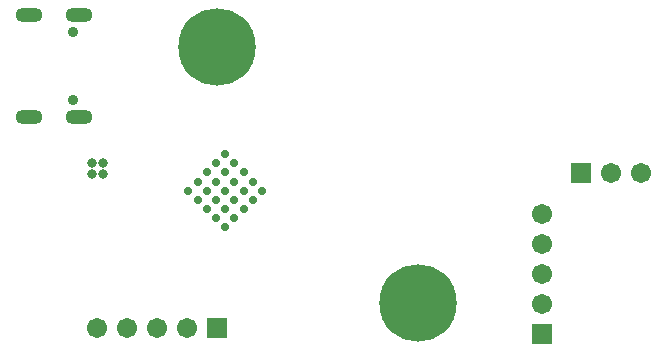
<source format=gbs>
G04*
G04 #@! TF.GenerationSoftware,Altium Limited,Altium Designer,23.1.1 (15)*
G04*
G04 Layer_Color=16711935*
%FSLAX25Y25*%
%MOIN*%
G70*
G04*
G04 #@! TF.SameCoordinates,C0A30D0B-07C8-471D-B3AC-2C571FC99935*
G04*
G04*
G04 #@! TF.FilePolarity,Negative*
G04*
G01*
G75*
%ADD56C,0.25800*%
%ADD57C,0.06706*%
%ADD58R,0.06706X0.06706*%
%ADD59R,0.06706X0.06706*%
%ADD60C,0.03556*%
%ADD61O,0.09068X0.04934*%
%ADD62C,0.04300*%
%ADD63C,0.03162*%
%ADD64C,0.02769*%
D56*
X70900Y-16600D02*
D03*
X138100Y-102000D02*
D03*
D57*
X179134Y-92205D02*
D03*
Y-72205D02*
D03*
Y-82205D02*
D03*
Y-102205D02*
D03*
X202362Y-58661D02*
D03*
X212362D02*
D03*
X31024Y-110236D02*
D03*
X41024D02*
D03*
X51024D02*
D03*
X61024D02*
D03*
D58*
X179134Y-112205D02*
D03*
D59*
X192362Y-58661D02*
D03*
X71024Y-110236D02*
D03*
D60*
X22819Y-34500D02*
D03*
Y-11744D02*
D03*
D61*
X8449Y-40130D02*
D03*
Y-6114D02*
D03*
X24905Y-40130D02*
D03*
Y-6114D02*
D03*
D62*
X62042Y-16600D02*
D03*
X79758D02*
D03*
X70900Y-7742D02*
D03*
Y-26443D02*
D03*
X77790Y-9710D02*
D03*
X64010D02*
D03*
Y-23490D02*
D03*
X77790Y-23490D02*
D03*
X129242Y-102000D02*
D03*
X146958D02*
D03*
X138100Y-93142D02*
D03*
Y-111843D02*
D03*
X144990Y-95110D02*
D03*
X131210D02*
D03*
Y-108890D02*
D03*
X144990Y-108890D02*
D03*
D63*
X32874Y-55315D02*
D03*
X29331D02*
D03*
X32874Y-58957D02*
D03*
X29331D02*
D03*
D64*
X73686Y-76851D02*
D03*
X70624Y-73789D02*
D03*
X67562Y-70727D02*
D03*
X64499Y-67665D02*
D03*
X61437Y-64602D02*
D03*
X76748Y-73789D02*
D03*
X73686Y-70727D02*
D03*
X70624Y-67665D02*
D03*
X67562Y-64602D02*
D03*
X64499Y-61540D02*
D03*
X79811Y-70727D02*
D03*
X76748Y-67665D02*
D03*
X73686Y-64602D02*
D03*
X70624Y-61540D02*
D03*
X67562Y-58478D02*
D03*
X82873Y-67665D02*
D03*
X79811Y-64602D02*
D03*
X76748Y-61540D02*
D03*
X73686Y-58478D02*
D03*
X70624Y-55416D02*
D03*
X85935Y-64602D02*
D03*
X82873Y-61540D02*
D03*
X79811Y-58478D02*
D03*
X76748Y-55416D02*
D03*
X73686Y-52353D02*
D03*
M02*

</source>
